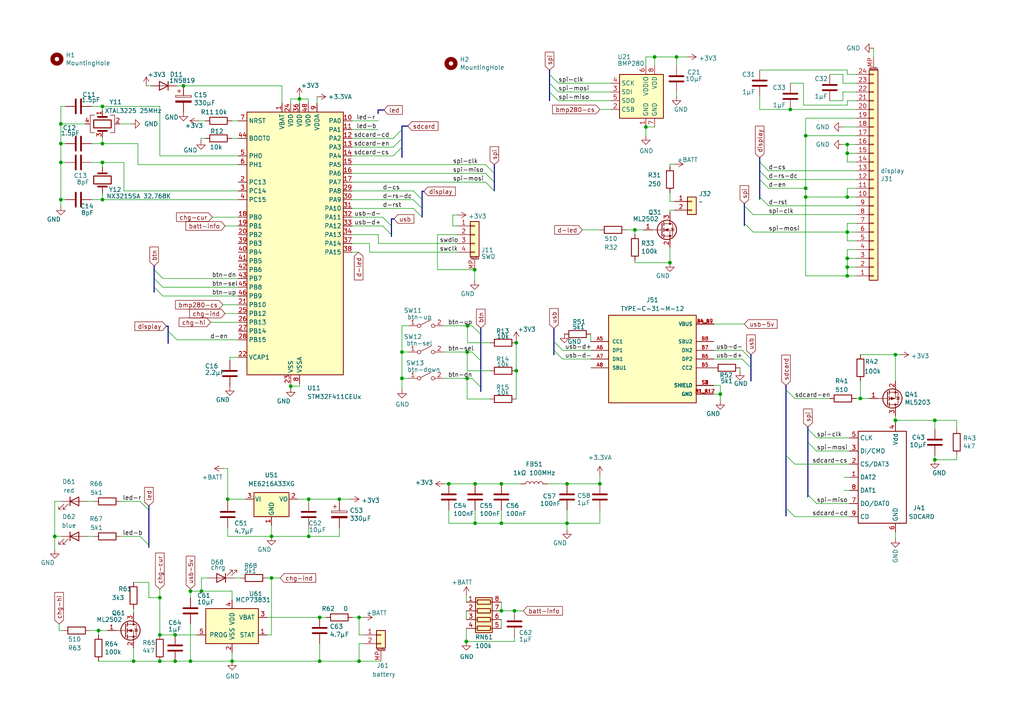
<source format=kicad_sch>
(kicad_sch (version 20231120) (generator "eeschema") (generator_version "8.0")
  (paper "A4")
  (junction (at 208.915 114.3))
  (junction (at 50.8 184.15))
  (junction (at 46.355 184.15))
  (junction (at 271.145 133.35))
  (junction (at 89.535 144.78))
  (junction (at 271.145 121.92))
  (junction (at 245.745 44.45))
  (junction (at 98.425 144.78))
  (junction (at 187.325 36.83))
  (junction (at 145.415 140.335))
  (junction (at 53.213 24.892))
  (junction (at 29.718 57.912))
  (junction (at 135.5852 94.488))
  (junction (at 15.875 155.575))
  (junction (at 229.235 31.75))
  (junction (at 137.795 151.765))
  (junction (at 104.14 191.77))
  (junction (at 55.245 171.45))
  (junction (at 149.733 99.4156))
  (junction (at 137.668 78.232))
  (junction (at 17.653 41.656))
  (junction (at 84.328 112.014))
  (junction (at 78.74 167.64))
  (junction (at 130.175 140.335))
  (junction (at 135.4836 109.728))
  (junction (at 245.745 74.93))
  (junction (at 173.99 140.335))
  (junction (at 137.795 140.335))
  (junction (at 38.735 191.77))
  (junction (at 86.868 28.702))
  (junction (at 104.14 179.07))
  (junction (at 17.653 57.912))
  (junction (at 245.745 57.15))
  (junction (at 29.718 47.117))
  (junction (at 233.68 39.37))
  (junction (at 196.215 16.51))
  (junction (at 66.04 144.78))
  (junction (at 194.31 76.2))
  (junction (at 245.745 77.47))
  (junction (at 149.733 107.5436))
  (junction (at 245.745 67.31))
  (junction (at 135.255 186.055))
  (junction (at 92.71 191.77))
  (junction (at 245.745 80.01))
  (junction (at 149.225 177.165))
  (junction (at 46.355 173.355))
  (junction (at 17.653 35.941))
  (junction (at 164.465 151.765))
  (junction (at 78.74 155.575))
  (junction (at 145.415 177.165))
  (junction (at 29.718 41.656))
  (junction (at 259.715 102.87))
  (junction (at 116.586 109.728))
  (junction (at 245.745 41.91))
  (junction (at 116.586 102.108))
  (junction (at 58.42 171.45))
  (junction (at 145.415 151.765))
  (junction (at 259.715 121.92))
  (junction (at 233.68 57.15))
  (junction (at 55.245 191.77))
  (junction (at 92.71 179.07))
  (junction (at 29.718 30.861))
  (junction (at 67.31 191.77))
  (junction (at 46.355 191.77))
  (junction (at 189.865 16.51))
  (junction (at 50.8 191.77))
  (junction (at 164.465 140.335))
  (junction (at 89.535 155.575))
  (junction (at 184.15 66.675))
  (junction (at 28.575 182.88))
  (junction (at 249.555 115.57))
  (junction (at 233.68 54.61))
  (junction (at 135.509 102.108))
  (junction (at 17.653 47.117))
  (bus_entry (at 234.315 143.51) (size 2.54 2.54))
  (bus_entry (at 227.965 132.08) (size 2.54 2.54))
  (bus_entry (at 136.906 102.108) (size 2.54 2.54))
  (bus_entry (at 220.345 46.99) (size 2.54 2.54))
  (bus_entry (at 40.64 145.415) (size 2.54 2.54))
  (bus_entry (at 116.586 37.592) (size -2.54 2.54))
  (bus_entry (at 159.385 26.67) (size 2.54 2.54))
  (bus_entry (at 234.315 128.27) (size 2.54 2.54))
  (bus_entry (at 116.586 40.132) (size -2.54 2.54))
  (bus_entry (at 44.704 78.232) (size 2.54 2.54))
  (bus_entry (at 159.385 21.59) (size 2.54 2.54))
  (bus_entry (at 234.315 124.46) (size 2.54 2.54))
  (bus_entry (at 119.888 57.912) (size 2.54 2.54))
  (bus_entry (at 220.345 49.53) (size 2.54 2.54))
  (bus_entry (at 110.998 62.992) (size 2.54 2.54))
  (bus_entry (at 215.9 59.69) (size 2.54 2.54))
  (bus_entry (at 227.965 147.32) (size 2.54 2.54))
  (bus_entry (at 40.64 155.575) (size 2.54 2.54))
  (bus_entry (at 140.843 50.292) (size 2.54 2.54))
  (bus_entry (at 160.655 101.6) (size 2.54 2.54))
  (bus_entry (at 136.906 94.488) (size 2.54 2.54))
  (bus_entry (at 44.704 83.312) (size 2.54 2.54))
  (bus_entry (at 160.655 99.06) (size 2.54 2.54))
  (bus_entry (at 48.768 96.012) (size 2.54 2.54))
  (bus_entry (at 110.998 65.532) (size 2.54 2.54))
  (bus_entry (at 140.843 47.752) (size 2.54 2.54))
  (bus_entry (at 220.345 57.15) (size 2.54 2.54))
  (bus_entry (at 215.9 64.77) (size 2.54 2.54))
  (bus_entry (at 116.586 42.672) (size -2.54 2.54))
  (bus_entry (at 119.888 55.372) (size 2.54 2.54))
  (bus_entry (at 159.385 24.13) (size 2.54 2.54))
  (bus_entry (at 215.265 104.14) (size 2.54 2.54))
  (bus_entry (at 215.265 101.6) (size 2.54 2.54))
  (bus_entry (at 227.965 113.03) (size 2.54 2.54))
  (bus_entry (at 44.704 80.772) (size 2.54 2.54))
  (bus_entry (at 220.345 52.07) (size 2.54 2.54))
  (bus_entry (at 140.843 52.832) (size 2.54 2.54))
  (bus_entry (at 136.906 109.728) (size 2.54 2.54))
  (bus_entry (at 119.888 60.452) (size 2.54 2.54))
  (wire (pts (xy 26.543 30.861) (xy 29.718 30.861)))
  (wire (pts (xy 34.925 155.575) (xy 40.64 155.575)))
  (wire (pts (xy 102.108 57.912) (xy 119.888 57.912)))
  (wire (pts (xy 245.745 74.93) (xy 248.285 74.93)))
  (wire (pts (xy 86.868 28.702) (xy 89.408 28.702)))
  (wire (pts (xy 135.255 177.165) (xy 135.255 179.705)))
  (bus (pts (xy 109.6772 31.9024) (xy 111.4044 31.9024)))
  (wire (pts (xy 29.718 47.117) (xy 35.941 47.117)))
  (wire (pts (xy 17.653 47.117) (xy 18.923 47.117)))
  (wire (pts (xy 29.718 56.007) (xy 29.718 57.912)))
  (bus (pts (xy 159.385 20.32) (xy 159.385 21.59)))
  (wire (pts (xy 244.475 41.91) (xy 245.745 41.91)))
  (wire (pts (xy 194.31 55.88) (xy 194.31 58.42)))
  (wire (pts (xy 29.718 30.861) (xy 46.355 30.861)))
  (wire (pts (xy 253.365 13.97) (xy 253.365 16.51)))
  (wire (pts (xy 84.328 28.702) (xy 84.328 29.972)))
  (wire (pts (xy 65.278 90.932) (xy 69.088 90.932)))
  (wire (pts (xy 104.14 191.77) (xy 104.14 186.69)))
  (wire (pts (xy 46.355 45.212) (xy 69.088 45.212)))
  (wire (pts (xy 66.675 104.521) (xy 66.675 103.632)))
  (wire (pts (xy 189.865 19.05) (xy 189.865 16.51)))
  (wire (pts (xy 67.183 40.132) (xy 69.088 40.132)))
  (wire (pts (xy 28.575 191.77) (xy 38.735 191.77)))
  (wire (pts (xy 173.99 137.795) (xy 173.99 140.335)))
  (wire (pts (xy 135.5852 94.488) (xy 136.906 94.488)))
  (wire (pts (xy 64.643 88.392) (xy 69.088 88.392)))
  (bus (pts (xy 143.383 52.832) (xy 143.383 55.372)))
  (wire (pts (xy 145.415 177.165) (xy 149.225 177.165)))
  (bus (pts (xy 122.428 62.992) (xy 122.428 60.452)))
  (wire (pts (xy 116.586 94.488) (xy 116.586 102.108)))
  (wire (pts (xy 142.113 107.5436) (xy 135.509 107.5436)))
  (wire (pts (xy 195.58 60.96) (xy 194.31 60.96)))
  (wire (pts (xy 233.68 39.37) (xy 248.285 39.37)))
  (wire (pts (xy 252.095 115.57) (xy 249.555 115.57)))
  (wire (pts (xy 248.285 31.75) (xy 229.235 31.75)))
  (wire (pts (xy 66.04 155.575) (xy 78.74 155.575)))
  (wire (pts (xy 17.653 57.912) (xy 18.923 57.912)))
  (wire (pts (xy 15.875 145.415) (xy 17.78 145.415)))
  (wire (pts (xy 102.108 70.612) (xy 107.188 70.612)))
  (wire (pts (xy 220.345 20.32) (xy 245.745 20.32)))
  (wire (pts (xy 92.71 191.77) (xy 104.14 191.77)))
  (wire (pts (xy 196.215 16.51) (xy 199.39 16.51)))
  (wire (pts (xy 102.108 68.072) (xy 109.728 68.072)))
  (bus (pts (xy 220.345 52.07) (xy 220.345 57.15)))
  (wire (pts (xy 77.47 184.15) (xy 78.74 184.15)))
  (wire (pts (xy 35.941 55.372) (xy 69.088 55.372)))
  (bus (pts (xy 234.315 143.51) (xy 234.315 144.145)))
  (wire (pts (xy 230.505 134.62) (xy 246.38 134.62)))
  (wire (pts (xy 46.355 184.15) (xy 50.8 184.15)))
  (bus (pts (xy 159.385 24.13) (xy 159.385 26.67)))
  (wire (pts (xy 164.465 147.955) (xy 164.465 151.765)))
  (wire (pts (xy 109.728 68.072) (xy 109.728 70.612)))
  (wire (pts (xy 158.75 140.335) (xy 164.465 140.335)))
  (wire (pts (xy 245.745 54.61) (xy 245.745 57.15)))
  (wire (pts (xy 29.718 39.751) (xy 29.718 41.656)))
  (wire (pts (xy 244.729 142.24) (xy 246.38 142.24)))
  (wire (pts (xy 102.108 42.672) (xy 114.046 42.672)))
  (wire (pts (xy 249.555 115.57) (xy 249.555 110.49)))
  (bus (pts (xy 234.315 124.46) (xy 234.315 128.27)))
  (wire (pts (xy 102.108 50.292) (xy 140.843 50.292)))
  (wire (pts (xy 207.01 93.98) (xy 215.9 93.98)))
  (wire (pts (xy 149.733 99.4156) (xy 149.733 107.5436)))
  (wire (pts (xy 25.4 145.415) (xy 27.305 145.415)))
  (bus (pts (xy 160.655 101.6) (xy 160.655 102.87)))
  (wire (pts (xy 15.875 155.575) (xy 17.78 155.575)))
  (wire (pts (xy 171.323 99.06) (xy 171.45 99.06)))
  (wire (pts (xy 53.213 24.892) (xy 81.788 24.892)))
  (wire (pts (xy 245.745 44.45) (xy 245.745 46.99)))
  (wire (pts (xy 149.225 186.055) (xy 149.225 184.785)))
  (wire (pts (xy 145.415 140.335) (xy 151.13 140.335)))
  (wire (pts (xy 245.745 20.32) (xy 245.745 21.59)))
  (wire (pts (xy 259.715 102.87) (xy 259.715 110.49)))
  (wire (pts (xy 107.188 70.612) (xy 107.188 73.152)))
  (wire (pts (xy 240.665 21.59) (xy 244.475 21.59)))
  (bus (pts (xy 227.965 132.08) (xy 227.965 147.32)))
  (bus (pts (xy 44.704 83.312) (xy 44.704 84.709)))
  (wire (pts (xy 17.653 35.941) (xy 17.653 41.656)))
  (wire (pts (xy 92.71 186.69) (xy 92.71 191.77)))
  (wire (pts (xy 207.01 101.6) (xy 215.265 101.6)))
  (wire (pts (xy 126.873 68.072) (xy 132.588 68.072)))
  (wire (pts (xy 84.328 111.252) (xy 84.328 112.014)))
  (wire (pts (xy 102.108 62.992) (xy 110.998 62.992)))
  (wire (pts (xy 248.285 49.53) (xy 222.885 49.53)))
  (wire (pts (xy 248.285 44.45) (xy 245.745 44.45)))
  (bus (pts (xy 48.768 96.012) (xy 48.768 94.615)))
  (wire (pts (xy 131.318 62.357) (xy 131.318 65.532)))
  (wire (pts (xy 240.665 29.21) (xy 244.475 29.21)))
  (wire (pts (xy 187.325 19.05) (xy 187.325 16.51)))
  (wire (pts (xy 58.293 40.132) (xy 58.293 40.767)))
  (wire (pts (xy 26.035 182.88) (xy 28.575 182.88)))
  (wire (pts (xy 233.68 80.01) (xy 245.745 80.01)))
  (bus (pts (xy 122.428 60.452) (xy 122.428 57.912)))
  (wire (pts (xy 69.088 47.752) (xy 40.005 47.752)))
  (wire (pts (xy 145.415 147.955) (xy 145.415 151.765)))
  (wire (pts (xy 84.328 112.014) (xy 86.868 112.014)))
  (wire (pts (xy 248.285 59.69) (xy 222.885 59.69)))
  (wire (pts (xy 245.745 21.59) (xy 248.285 21.59)))
  (wire (pts (xy 173.99 147.955) (xy 173.99 151.765)))
  (wire (pts (xy 135.255 182.245) (xy 135.255 186.055)))
  (bus (pts (xy 220.345 45.72) (xy 220.345 46.99)))
  (wire (pts (xy 245.745 67.31) (xy 245.745 64.77)))
  (wire (pts (xy 58.42 171.45) (xy 58.42 167.64)))
  (wire (pts (xy 89.408 28.702) (xy 89.408 29.972)))
  (wire (pts (xy 104.14 179.07) (xy 105.41 179.07)))
  (wire (pts (xy 245.745 46.99) (xy 248.285 46.99)))
  (wire (pts (xy 137.795 147.955) (xy 137.795 151.765)))
  (wire (pts (xy 130.175 140.335) (xy 137.795 140.335)))
  (wire (pts (xy 194.31 47.625) (xy 195.58 47.625)))
  (wire (pts (xy 184.15 66.675) (xy 184.15 67.945)))
  (wire (pts (xy 78.74 167.64) (xy 78.74 184.15)))
  (wire (pts (xy 161.925 26.67) (xy 177.165 26.67)))
  (wire (pts (xy 102.108 60.452) (xy 119.888 60.452)))
  (bus (pts (xy 160.655 95.25) (xy 160.655 99.06)))
  (bus (pts (xy 143.383 47.752) (xy 143.383 50.292)))
  (wire (pts (xy 196.215 16.51) (xy 196.215 19.05)))
  (wire (pts (xy 218.44 67.31) (xy 245.745 67.31)))
  (wire (pts (xy 189.865 16.51) (xy 196.215 16.51)))
  (wire (pts (xy 77.47 179.07) (xy 92.71 179.07)))
  (wire (pts (xy 17.653 30.861) (xy 17.653 35.941)))
  (bus (pts (xy 48.768 94.615) (xy 48.26 94.615)))
  (wire (pts (xy 47.244 83.312) (xy 69.088 83.312)))
  (wire (pts (xy 137.795 140.335) (xy 145.415 140.335)))
  (wire (pts (xy 135.509 102.108) (xy 136.906 102.108)))
  (wire (pts (xy 222.885 52.07) (xy 248.285 52.07)))
  (wire (pts (xy 189.865 36.83) (xy 187.325 36.83)))
  (wire (pts (xy 161.925 29.21) (xy 177.165 29.21)))
  (bus (pts (xy 217.805 104.14) (xy 217.805 106.68)))
  (wire (pts (xy 194.31 60.96) (xy 194.31 61.595)))
  (wire (pts (xy 233.045 24.13) (xy 233.045 30.48)))
  (wire (pts (xy 17.653 41.656) (xy 17.653 47.117)))
  (wire (pts (xy 15.875 155.575) (xy 15.875 145.415)))
  (wire (pts (xy 260.985 102.87) (xy 259.715 102.87)))
  (bus (pts (xy 116.586 36.576) (xy 116.586 37.592)))
  (wire (pts (xy 89.535 144.78) (xy 98.425 144.78)))
  (bus (pts (xy 116.586 40.132) (xy 116.586 42.672)))
  (wire (pts (xy 233.68 34.29) (xy 248.285 34.29)))
  (wire (pts (xy 86.868 28.067) (xy 86.868 28.702)))
  (wire (pts (xy 142.113 115.7224) (xy 135.4836 115.7224)))
  (wire (pts (xy 233.68 34.29) (xy 233.68 39.37)))
  (wire (pts (xy 116.586 109.728) (xy 116.586 112.903)))
  (wire (pts (xy 161.925 24.13) (xy 177.165 24.13)))
  (wire (pts (xy 42.418 24.892) (xy 43.688 24.892)))
  (wire (pts (xy 38.735 168.91) (xy 43.18 168.91)))
  (wire (pts (xy 34.798 35.941) (xy 37.973 35.941)))
  (wire (pts (xy 130.175 147.955) (xy 130.175 151.765)))
  (wire (pts (xy 184.15 76.2) (xy 184.15 75.565)))
  (bus (pts (xy 122.428 57.912) (xy 122.428 55.499)))
  (wire (pts (xy 67.31 191.77) (xy 67.31 189.23)))
  (wire (pts (xy 245.745 72.39) (xy 248.285 72.39)))
  (wire (pts (xy 66.04 144.78) (xy 71.12 144.78)))
  (wire (pts (xy 26.543 47.117) (xy 29.718 47.117)))
  (wire (pts (xy 107.188 73.152) (xy 132.588 73.152)))
  (wire (pts (xy 55.245 171.45) (xy 55.245 173.355)))
  (bus (pts (xy 143.383 50.292) (xy 143.383 52.832)))
  (wire (pts (xy 102.108 55.372) (xy 119.888 55.372)))
  (bus (pts (xy 113.538 68.072) (xy 113.538 65.532)))
  (wire (pts (xy 29.718 41.656) (xy 26.543 41.656)))
  (wire (pts (xy 149.733 98.7806) (xy 149.733 99.4156)))
  (wire (pts (xy 61.595 62.992) (xy 69.088 62.992)))
  (bus (pts (xy 159.385 21.59) (xy 159.385 24.13)))
  (wire (pts (xy 29.718 57.912) (xy 26.543 57.912)))
  (bus (pts (xy 44.704 80.772) (xy 44.704 83.312)))
  (wire (pts (xy 86.868 112.014) (xy 86.868 111.252)))
  (wire (pts (xy 78.74 167.64) (xy 81.28 167.64)))
  (wire (pts (xy 104.14 186.69) (xy 105.41 186.69)))
  (wire (pts (xy 102.108 47.752) (xy 140.843 47.752)))
  (wire (pts (xy 89.535 144.78) (xy 89.535 145.415)))
  (bus (pts (xy 116.586 36.576) (xy 118.3132 36.576)))
  (wire (pts (xy 233.045 30.48) (xy 245.745 30.48)))
  (wire (pts (xy 194.31 47.625) (xy 194.31 48.26)))
  (wire (pts (xy 55.245 180.975) (xy 55.245 191.77)))
  (wire (pts (xy 163.195 101.6) (xy 171.45 101.6)))
  (wire (pts (xy 137.668 78.232) (xy 137.668 81.407)))
  (bus (pts (xy 139.446 95.123) (xy 139.446 97.028)))
  (wire (pts (xy 84.328 28.702) (xy 86.868 28.702)))
  (wire (pts (xy 116.586 102.108) (xy 118.491 102.108)))
  (wire (pts (xy 277.495 121.92) (xy 271.145 121.92)))
  (wire (pts (xy 196.215 26.67) (xy 196.215 27.94)))
  (wire (pts (xy 194.31 76.2) (xy 184.15 76.2)))
  (wire (pts (xy 92.71 191.77) (xy 67.31 191.77)))
  (wire (pts (xy 244.475 26.67) (xy 248.285 26.67)))
  (wire (pts (xy 78.74 152.4) (xy 78.74 155.575)))
  (wire (pts (xy 46.355 170.815) (xy 46.355 173.355)))
  (wire (pts (xy 86.868 28.702) (xy 86.868 29.972)))
  (wire (pts (xy 51.308 24.892) (xy 53.213 24.892)))
  (bus (pts (xy 116.586 37.592) (xy 116.586 40.132)))
  (wire (pts (xy 105.41 184.15) (xy 104.14 184.15)))
  (wire (pts (xy 259.715 154.305) (xy 259.715 156.21)))
  (wire (pts (xy 78.74 155.575) (xy 89.535 155.575)))
  (bus (pts (xy 220.345 57.15) (xy 220.345 57.785)))
  (wire (pts (xy 38.735 187.96) (xy 38.735 191.77)))
  (wire (pts (xy 58.42 171.45) (xy 67.31 171.45)))
  (wire (pts (xy 38.735 176.53) (xy 38.735 177.8)))
  (wire (pts (xy 67.945 167.64) (xy 69.85 167.64)))
  (wire (pts (xy 102.108 40.132) (xy 114.046 40.132)))
  (bus (pts (xy 116.586 42.672) (xy 116.586 45.6438)))
  (wire (pts (xy 135.255 172.72) (xy 135.255 174.625)))
  (wire (pts (xy 51.308 98.552) (xy 69.088 98.552)))
  (wire (pts (xy 259.715 122.555) (xy 259.715 121.92)))
  (bus (pts (xy 139.446 97.028) (xy 139.446 104.648)))
  (wire (pts (xy 173.99 31.75) (xy 177.165 31.75)))
  (wire (pts (xy 47.244 80.772) (xy 69.088 80.772)))
  (wire (pts (xy 248.285 115.57) (xy 249.555 115.57)))
  (wire (pts (xy 102.108 37.592) (xy 109.728 37.592)))
  (wire (pts (xy 35.941 47.117) (xy 35.941 55.372)))
  (bus (pts (xy 122.428 55.499) (xy 122.936 55.499)))
  (wire (pts (xy 271.145 124.46) (xy 271.145 121.92)))
  (wire (pts (xy 18.923 30.861) (xy 17.653 30.861)))
  (wire (pts (xy 81.788 24.892) (xy 81.788 29.972)))
  (wire (pts (xy 187.325 16.51) (xy 189.865 16.51)))
  (wire (pts (xy 277.495 132.08) (xy 277.495 133.35)))
  (wire (pts (xy 245.745 29.21) (xy 248.285 29.21)))
  (wire (pts (xy 245.745 41.91) (xy 245.745 44.45)))
  (wire (pts (xy 43.18 173.355) (xy 46.355 173.355)))
  (wire (pts (xy 126.873 68.072) (xy 126.873 78.232)))
  (wire (pts (xy 25.4 155.575) (xy 27.305 155.575)))
  (wire (pts (xy 145.415 151.765) (xy 164.465 151.765)))
  (wire (pts (xy 66.04 153.035) (xy 66.04 155.575)))
  (bus (pts (xy 113.538 68.58) (xy 113.538 68.072)))
  (wire (pts (xy 245.745 54.61) (xy 248.285 54.61)))
  (bus (pts (xy 43.18 147.955) (xy 43.18 158.115)))
  (wire (pts (xy 245.745 72.39) (xy 245.745 74.93)))
  (wire (pts (xy 277.495 124.46) (xy 277.495 121.92)))
  (wire (pts (xy 236.855 130.81) (xy 246.38 130.81)))
  (wire (pts (xy 102.108 73.152) (xy 104.013 73.152)))
  (bus (pts (xy 215.9 64.77) (xy 215.9 65.405)))
  (bus (pts (xy 220.345 49.53) (xy 220.345 52.07)))
  (wire (pts (xy 89.535 155.575) (xy 89.535 153.035)))
  (wire (pts (xy 104.14 184.15) (xy 104.14 179.07)))
  (wire (pts (xy 208.915 114.3) (xy 208.915 116.205)))
  (wire (pts (xy 248.285 69.85) (xy 245.745 69.85)))
  (wire (pts (xy 222.885 54.61) (xy 233.68 54.61)))
  (wire (pts (xy 187.325 39.37) (xy 187.325 36.83)))
  (wire (pts (xy 59.563 40.132) (xy 58.293 40.132)))
  (wire (pts (xy 29.718 47.117) (xy 29.718 48.387)))
  (wire (pts (xy 245.745 77.47) (xy 245.745 80.01)))
  (wire (pts (xy 109.728 70.612) (xy 132.588 70.612)))
  (wire (pts (xy 208.915 111.76) (xy 208.915 114.3)))
  (wire (pts (xy 116.586 109.728) (xy 118.491 109.728)))
  (wire (pts (xy 230.505 149.86) (xy 246.38 149.86)))
  (bus (pts (xy 160.655 99.06) (xy 160.655 101.6)))
  (bus (pts (xy 220.345 46.99) (xy 220.345 49.53)))
  (wire (pts (xy 249.555 102.87) (xy 259.715 102.87)))
  (wire (pts (xy 164.465 151.765) (xy 164.465 153.67)))
  (wire (pts (xy 17.653 59.817) (xy 17.653 57.912)))
  (wire (pts (xy 230.505 115.57) (xy 240.665 115.57)))
  (wire (pts (xy 17.653 35.941) (xy 24.638 35.941)))
  (bus (pts (xy 139.446 104.648) (xy 139.446 112.268)))
  (wire (pts (xy 77.47 167.64) (xy 78.74 167.64)))
  (wire (pts (xy 164.465 151.765) (xy 173.99 151.765)))
  (wire (pts (xy 233.68 57.15) (xy 245.745 57.15)))
  (bus (pts (xy 217.805 106.68) (xy 217.805 110.49)))
  (wire (pts (xy 244.475 29.21) (xy 244.475 26.67)))
  (wire (pts (xy 92.71 179.07) (xy 94.615 179.07)))
  (bus (pts (xy 113.538 63.5) (xy 114.3 63.5)))
  (wire (pts (xy 220.345 31.75) (xy 220.345 27.94)))
  (wire (pts (xy 17.145 182.88) (xy 17.145 180.975)))
  (wire (pts (xy 145.415 174.625) (xy 145.415 177.165)))
  (wire (pts (xy 50.8 184.15) (xy 57.15 184.15)))
  (wire (pts (xy 245.745 64.77) (xy 248.285 64.77)))
  (wire (pts (xy 128.905 140.335) (xy 130.175 140.335)))
  (wire (pts (xy 46.355 191.77) (xy 50.8 191.77)))
  (wire (pts (xy 214.63 106.68) (xy 214.63 107.696)))
  (wire (pts (xy 236.855 127) (xy 246.38 127)))
  (wire (pts (xy 245.745 30.48) (xy 245.745 29.21)))
  (bus (pts (xy 217.805 102.87) (xy 217.805 104.14)))
  (bus (pts (xy 43.18 146.685) (xy 43.18 147.955)))
  (wire (pts (xy 132.588 62.357) (xy 131.318 62.357)))
  (wire (pts (xy 244.475 21.59) (xy 244.475 24.13)))
  (wire (pts (xy 245.745 57.15) (xy 248.285 57.15)))
  (wire (pts (xy 181.61 66.675) (xy 184.15 66.675)))
  (wire (pts (xy 135.255 186.055) (xy 149.225 186.055)))
  (wire (pts (xy 248.285 67.31) (xy 245.745 67.31)))
  (wire (pts (xy 149.225 177.165) (xy 151.765 177.165)))
  (wire (pts (xy 28.575 182.88) (xy 31.115 182.88)))
  (wire (pts (xy 18.415 182.88) (xy 17.145 182.88)))
  (wire (pts (xy 137.795 151.765) (xy 145.415 151.765)))
  (bus (pts (xy 227.965 147.32) (xy 227.965 149.606)))
  (bus (pts (xy 139.446 112.268) (xy 139.446 113.538)))
  (wire (pts (xy 135.5852 99.4156) (xy 135.5852 94.488)))
  (wire (pts (xy 128.651 102.108) (xy 135.509 102.108)))
  (bus (pts (xy 234.315 128.27) (xy 234.315 143.51)))
  (wire (pts (xy 164.465 140.335) (xy 173.99 140.335)))
  (wire (pts (xy 86.36 144.78) (xy 89.535 144.78)))
  (wire (pts (xy 98.425 144.78) (xy 101.6 144.78)))
  (wire (pts (xy 55.245 191.77) (xy 67.31 191.77)))
  (wire (pts (xy 194.31 58.42) (xy 195.58 58.42)))
  (wire (pts (xy 29.718 30.861) (xy 29.718 32.131)))
  (wire (pts (xy 98.425 144.78) (xy 98.425 145.415)))
  (bus (pts (xy 227.965 113.03) (xy 227.965 132.08)))
  (wire (pts (xy 89.535 155.575) (xy 98.425 155.575)))
  (wire (pts (xy 102.235 179.07) (xy 104.14 179.07)))
  (wire (pts (xy 207.01 111.76) (xy 208.915 111.76)))
  (wire (pts (xy 17.653 41.656) (xy 18.923 41.656)))
  (wire (pts (xy 245.745 69.85) (xy 245.745 67.31)))
  (wire (pts (xy 248.285 77.47) (xy 245.745 77.47)))
  (wire (pts (xy 245.745 80.01) (xy 248.285 80.01)))
  (wire (pts (xy 131.318 65.532) (xy 132.588 65.532)))
  (wire (pts (xy 229.235 24.13) (xy 233.045 24.13)))
  (wire (pts (xy 135.4836 109.728) (xy 136.906 109.728)))
  (wire (pts (xy 184.15 66.675) (xy 186.69 66.675)))
  (wire (pts (xy 168.91 66.675) (xy 173.99 66.675)))
  (wire (pts (xy 55.245 171.45) (xy 58.42 171.45)))
  (bus (pts (xy 44.704 77.089) (xy 44.704 78.232)))
  (wire (pts (xy 118.491 94.488) (xy 116.586 94.488)))
  (wire (pts (xy 17.653 57.912) (xy 17.653 47.117)))
  (wire (pts (xy 55.245 170.815) (xy 55.245 171.45)))
  (wire (pts (xy 245.745 41.91) (xy 248.285 41.91)))
  (wire (pts (xy 207.01 114.3) (xy 208.915 114.3)))
  (wire (pts (xy 64.77 135.89) (xy 66.04 135.89)))
  (wire (pts (xy 135.4836 115.7224) (xy 135.4836 109.728)))
  (wire (pts (xy 163.195 104.14) (xy 171.45 104.14)))
  (wire (pts (xy 84.328 112.014) (xy 84.328 112.522)))
  (bus (pts (xy 234.315 123.825) (xy 234.315 124.46)))
  (bus (pts (xy 44.704 78.232) (xy 44.704 80.772)))
  (wire (pts (xy 259.715 121.92) (xy 271.145 121.92)))
  (bus (pts (xy 215.9 59.69) (xy 215.9 64.77)))
  (wire (pts (xy 28.575 182.88) (xy 28.575 184.15)))
  (wire (pts (xy 236.855 146.05) (xy 246.38 146.05)))
  (wire (pts (xy 66.04 144.78) (xy 66.04 145.415)))
  (wire (pts (xy 277.495 133.35) (xy 271.145 133.35)))
  (wire (pts (xy 40.005 47.752) (xy 40.005 41.656)))
  (wire (pts (xy 128.651 109.728) (xy 135.4836 109.728)))
  (wire (pts (xy 104.14 191.77) (xy 110.49 191.77)))
  (wire (pts (xy 135.509 102.108) (xy 135.509 107.5436)))
  (wire (pts (xy 102.108 52.832) (xy 140.843 52.832)))
  (bus (pts (xy 227.965 111.76) (xy 227.965 113.03)))
  (wire (pts (xy 271.145 132.08) (xy 271.145 133.35)))
  (wire (pts (xy 46.355 173.355) (xy 46.355 184.15)))
  (bus (pts (xy 215.9 59.055) (xy 215.9 59.69)))
  (wire (pts (xy 244.475 24.13) (xy 248.285 24.13)))
  (wire (pts (xy 233.68 39.37) (xy 233.68 54.61)))
  (wire (pts (xy 130.175 151.765) (xy 137.795 151.765)))
  (wire (pts (xy 194.31 71.755) (xy 194.31 76.2)))
  (wire (pts (xy 40.005 41.656) (xy 29.718 41.656)))
  (wire (pts (xy 128.651 94.488) (xy 135.5852 94.488)))
  (wire (pts (xy 102.108 35.052) (xy 109.728 35.052)))
  (wire (pts (xy 38.735 191.77) (xy 46.355 191.77)))
  (wire (pts (xy 229.235 31.75) (xy 220.345 31.75)))
  (wire (pts (xy 29.718 57.912) (xy 69.088 57.912)))
  (wire (pts (xy 91.948 28.067) (xy 91.948 29.972)))
  (wire (pts (xy 66.04 135.89) (xy 66.04 144.78)))
  (wire (pts (xy 34.925 145.415) (xy 40.64 145.415)))
  (wire (pts (xy 15.875 159.385) (xy 15.875 155.575)))
  (wire (pts (xy 116.586 102.108) (xy 116.586 109.728)))
  (bus (pts (xy 43.18 158.115) (xy 43.18 158.75)))
  (wire (pts (xy 43.18 168.91) (xy 43.18 173.355)))
  (wire (pts (xy 61.087 93.472) (xy 69.088 93.472)))
  (wire (pts (xy 57.658 35.052) (xy 59.563 35.052)))
  (wire (pts (xy 149.733 107.5436) (xy 149.733 115.7224)))
  (wire (pts (xy 66.675 103.632) (xy 69.088 103.632)))
  (wire (pts (xy 218.44 62.23) (xy 248.285 62.23)))
  (wire (pts (xy 102.108 45.212) (xy 114.046 45.212)))
  (wire (pts (xy 244.475 36.83) (xy 248.285 36.83)))
  (wire (pts (xy 67.31 171.45) (xy 67.31 173.99)))
  (wire (pts (xy 233.68 57.15) (xy 233.68 80.01)))
  (bus (pts (xy 109.6772 31.9024) (xy 109.6772 32.9184)))
  (bus (pts (xy 159.385 26.67) (xy 159.385 29.21)))
  (wire (pts (xy 58.42 167.64) (xy 60.325 167.64)))
  (wire (pts (xy 135.5852 99.4156) (xy 142.113 99.4156)))
  (wire (pts (xy 102.108 65.532) (xy 110.998 65.532)))
  (wire (pts (xy 50.8 191.77) (xy 55.245 191.77)))
  (bus (pts (xy 48.768 96.012) (xy 48.768 99.568)))
  (bus (pts (xy 113.538 65.532) (xy 113.538 63.5)))
  (wire (pts (xy 244.729 138.43) (xy 246.38 138.43)))
  (wire (pts (xy 245.745 74.93) (xy 245.745 77.47)))
  (wire (pts (xy 46.355 30.861) (xy 46.355 45.212)))
  (wire (pts (xy 126.873 78.232) (xy 137.668 78.232)))
  (wire (pts (xy 171.323 96.901) (xy 171.323 99.06)))
  (wire (pts (xy 98.425 155.575) (xy 98.425 153.035)))
  (wire (pts (xy 67.183 35.052) (xy 69.088 35.052)))
  (wire (pts (xy 145.415 179.705) (xy 145.415 182.245)))
  (wire (pts (xy 259.715 120.65) (xy 259.715 121.92)))
  (wire (pts (xy 47.244 85.852) (xy 69.088 85.852)))
  (wire (pts (xy 65.278 65.532) (xy 69.088 65.532)))
  (wire (pts (xy 233.68 54.61) (xy 233.68 57.15)))
  (wire (pts (xy 207.01 104.14) (xy 215.265 104.14)))
  (label "swdio" (at 127.508 70.612 0))
  (label "btn-sel" (at 129.921 102.108 0))
  (label "usb-d+" (at 163.83 101.6 0))
  (label "sdcard-cd" (at 235.585 149.86 0))
  (label "spi-clk" (at 161.925 24.13 0))
  (label "led-b" (at 35.56 155.575 0))
  (label "usb-d+" (at 207.645 104.14 0))
  (label "spi-clk" (at 236.855 127 0))
  (label "d-cs" (at 222.885 49.53 0))
  (label "sdcard-en" (at 102.616 42.672 0))
  (label "d-rs-dc" (at 110.998 57.912 0))
  (label "btn-dn" (at 129.921 109.728 0))
  (label "spi-mosi" (at 222.885 67.31 0))
  (label "sdcard-cd" (at 102.616 40.132 0))
  (label "led-r" (at 103.378 35.052 0))
  (label "spi-miso" (at 236.855 146.05 0))
  (label "d-rst" (at 222.885 59.69 0))
  (label "usb-d-" (at 207.645 101.6 0))
  (label "spi-mosi" (at 236.855 130.81 0))
  (label "spi-mosi" (at 131.318 52.832 0))
  (label "btn-dn" (at 61.4426 80.772 0))
  (label "led-b" (at 103.378 37.592 0))
  (label "spi-clk" (at 222.885 62.23 0))
  (label "d-rs-dc" (at 222.885 52.07 0))
  (label "usb-d-" (at 102.743 62.992 0))
  (label "usb-d+" (at 102.743 65.532 0))
  (label "sdcard-en" (at 230.505 115.57 0))
  (label "spi-mosi" (at 161.925 26.67 0))
  (label "sdcard-cs" (at 102.616 45.212 0))
  (label "spi-clk" (at 131.318 47.752 0))
  (label "swclk" (at 127.508 73.152 0))
  (label "d-en" (at 60.96 98.552 0))
  (label "usb-d-" (at 163.83 104.14 0))
  (label "btn-up" (at 129.921 94.488 0))
  (label "btn-sel" (at 61.4426 83.312 0))
  (label "sdcard-cs" (at 235.585 134.62 0))
  (label "d-cs" (at 110.998 55.372 0))
  (label "d-rst" (at 110.998 60.452 0))
  (label "led-r" (at 35.56 145.415 0))
  (label "d-en" (at 222.885 54.61 0))
  (label "spi-miso" (at 161.925 29.21 0))
  (label "spi-miso" (at 131.318 50.292 0))
  (label "btn-up" (at 61.4426 85.852 0))
  (global_label "usb" (shape input) (at 217.805 102.87 90) (property "Intersheetrefs" "${INTERSHEET_REFS}" (effects (hide yes))))
  (global_label "d-led" (shape input) (at 104.013 73.152 270) (property "Intersheetrefs" "${INTERSHEET_REFS}" (effects (hide yes))))
  (global_label "chg-ind" (shape input) (at 81.28 167.64 0) (property "Intersheetrefs" "${INTERSHEET_REFS}" (effects (hide yes))))
  (global_label "btn" (shape input) (at 139.446 95.123 90) (property "Intersheetrefs" "${INTERSHEET_REFS}" (effects (hide yes))))
  (global_label "batt-info" (shape input) (at 151.765 177.165 0) (property "Intersheetrefs" "${INTERSHEET_REFS}" (effects (hide yes))))
  (global_label "bmp280-cs" (shape input) (at 173.99 31.75 180) (property "Intersheetrefs" "${INTERSHEET_REFS}" (effects (hide yes))))
  (global_label "d-led" (shape input) (at 168.91 66.675 180) (property "Intersheetrefs" "${INTERSHEET_REFS}" (effects (hide yes))))
  (global_label "spi" (shape input) (at 143.383 47.752 90) (property "Intersheetrefs" "${INTERSHEET_REFS}" (effects (hide yes))))
  (global_label "btn" (shape input) (at 44.704 77.089 90) (property "Intersheetrefs" "${INTERSHEET_REFS}" (effects (hide yes))))
  (global_label "usb-5v" (shape input) (at 215.9 93.98 0) (property "Intersheetrefs" "${INTERSHEET_REFS}" (effects (hide yes))))
  (global_label "led" (shape input) (at 111.379 31.9024 0) (property "Intersheetrefs" "${INTERSHEET_REFS}" (effects (hide yes))))
  (global_label "chg-cur" (shape input) (at 46.355 170.815 90) (property "Intersheetrefs" "${INTERSHEET_REFS}" (effects (hide yes))))
  (global_label "bmp280-cs" (shape input) (at 64.643 88.392 180) (property "Intersheetrefs" "${INTERSHEET_REFS}" (effects (hide yes))))
  (global_label "sdcard" (shape input) (at 227.965 111.76 90) (property "Intersheetrefs" "${INTERSHEET_REFS}" (effects (hide yes))))
  (global_label "spi" (shape input) (at 234.315 123.825 90) (property "Intersheetrefs" "${INTERSHEET_REFS}" (effects (hide yes))))
  (global_label "chg-ind" (shape input) (at 65.278 90.932 180) (property "Intersheetrefs" "${INTERSHEET_REFS}" (effects (hide yes))))
  (global_label "usb-5v" (shape input) (at 55.245 170.815 90) (property "Intersheetrefs" "${INTERSHEET_REFS}" (effects (hide yes))))
  (global_label "usb" (shape input) (at 160.655 95.25 90) (property "Intersheetrefs" "${INTERSHEET_REFS}" (effects (hide yes))))
  (global_label "sdcard" (shape input) (at 118.2878 36.576 0) (property "Intersheetrefs" "${INTERSHEET_REFS}" (effects (hide yes))))
  (global_label "display" (shape input) (at 122.936 55.499 0) (property "Intersheetrefs" "${INTERSHEET_REFS}" (effects (hide yes))))
  (global_label "usb" (shape input) (at 114.3 63.5 0) (property "Intersheetrefs" "${INTERSHEET_REFS}" (effects (hide yes))))
  (global_label "display" (shape input) (at 48.26 94.615 180) (property "Intersheetrefs" "${INTERSHEET_REFS}" (effects (hide yes))))
  (global_label "batt-info" (shape input) (at 65.278 65.532 180) (property "Intersheetrefs" "${INTERSHEET_REFS}" (effects (hide yes))))
  (global_label "chg-cur" (shape input) (at 61.595 62.992 180) (property "Intersheetrefs" "${INTERSHEET_REFS}" (effects (hide yes))))
  (global_label "spi" (shape input) (at 215.9 59.055 90) (property "Intersheetrefs" "${INTERSHEET_REFS}" (effects (hide yes))))
  (global_label "led" (shape input) (at 43.18 146.685 90) (property "Intersheetrefs" "${INTERSHEET_REFS}" (effects (hide yes))))
  (global_label "spi" (shape input) (at 159.385 20.32 90) (property "Intersheetrefs" "${INTERSHEET_REFS}" (effects (hide yes))))
  (global_label "chg-hi" (shape input) (at 17.145 180.975 90) (property "Intersheetrefs" "${INTERSHEET_REFS}" (effects (hide yes))))
  (global_label "display" (shape input) (at 220.345 45.72 90) (property "Intersheetrefs" "${INTERSHEET_REFS}" (effects (hide yes))))
  (global_label "chg-hi" (shape input) (at 61.087 93.472 180) (property "Intersheetrefs" "${INTERSHEET_REFS}" (effects (hide yes))))
  (symbol (lib_id "Connector_Generic_MountingPin:Conn_01x04_MountingPin") (at 137.668 68.072 0) (unit 1)
    (property "Reference" "J11" (at 139.573 72.517 0) (effects (justify left)))
    (property "Value" "SWD" (at 139.573 74.422 0) (effects (justify left)))
    (property "Footprint" "Connector_Molex:Molex_PicoBlade_53261-0471_1x04-1MP_P1.25mm_Horizontal" (effects (hide yes)))
  )
  (symbol (lib_id "power:GND") (at 194.31 76.2 0) (unit 1)
    (property "Reference" "#PWR031" (effects (hide yes)))
    (property "Value" "GND" (at 194.31 80.01 0) (effects (justify right)))
  )
  (symbol (lib_id "Device:R") (at 145.923 99.4156 270) (unit 1)
    (property "Reference" "R13" (at 143.8402 96.012 90) (effects (justify left)))
    (property "Value" "10k" (at 144.0434 97.5614 90) (effects (justify left)))
    (property "Footprint" "Resistor_SMD:R_0603_1608Metric" (effects (hide yes)))
  )
  (symbol (lib_id "Device:R") (at 63.373 40.132 270) (unit 1)
    (property "Reference" "R12" (at 60.96 38.1 90) (effects (justify left)))
    (property "Value" "10k" (at 60.833 42.672 90) (effects (justify left)))
    (property "Footprint" "Resistor_SMD:R_0603_1608Metric" (effects (hide yes)))
  )
  (symbol (lib_id "power:GND") (at 66.675 112.141 0) (unit 1)
    (property "Reference" "#PWR026" (effects (hide yes)))
    (property "Value" "GND" (at 66.675 115.951 0) (effects (justify right)))
  )
  (symbol (lib_id "Mechanical:MountingHole") (at 130.81 18.415 0) (unit 1)
    (property "Reference" "H2" (at 133.35 17.2466 0) (effects (justify left)))
    (property "Value" "MountingHole" (at 133.35 19.558 0) (effects (justify left)))
    (property "Footprint" "MountingHole:MountingHole_3.2mm_M3" (effects (hide yes)))
  )
  (symbol (lib_id "Sensor_Pressure:BMP280") (at 187.325 29.21 0) (unit 1)
    (property "Reference" "U21" (at 179.07 16.51 0) (effects (justify left)))
    (property "Value" "BMP280" (at 179.07 18.415 0) (effects (justify left)))
    (property "Footprint" "Package_LGA:Bosch_LGA-8_2x2.5mm_P0.65mm_ClockwisePinNumbering" (effects (hide yes)))
    (property "Datasheet" "https://ae-bst.resource.bosch.com/media/_tech/media/datasheets/BST-BMP280-DS001.pdf" (effects (hide yes)))
  )
  (symbol (lib_id "xdeya-rescue:+3.3V-power") (at 260.985 102.87 270) (unit 1)
    (property "Reference" "#PWR034" (effects (hide yes)))
    (property "Value" "+3V3" (at 264.2362 103.251 90) (effects (justify left)))
  )
  (symbol (lib_id "Device:R") (at 22.225 182.88 270) (unit 1)
    (property "Reference" "R63" (at 19.685 187.96 90) (effects (justify left)))
    (property "Value" "510" (at 19.685 185.42 90) (effects (justify left)))
    (property "Footprint" "Resistor_SMD:R_0603_1608Metric" (effects (hide yes)))
  )
  (symbol (lib_id "Device:R") (at 249.555 106.68 180) (unit 1)
    (property "Reference" "R42" (at 254.762 104.902 0) (effects (justify left)))
    (property "Value" "100k" (at 255.524 107.696 0) (effects (justify left)))
    (property "Footprint" "Resistor_SMD:R_0603_1608Metric" (effects (hide yes)))
  )
  (symbol (lib_id "Device:C") (at 240.665 25.4 0) (unit 1)
    (property "Reference" "C32" (at 236.22 22.86 0) (effects (justify left)))
    (property "Value" "1μF" (at 236.22 27.94 0) (effects (justify left)))
    (property "Footprint" "Capacitor_SMD:C_0603_1608Metric" (effects (hide yes)))
  )
  (symbol (lib_id "Device:R") (at 145.923 115.7224 270) (unit 1)
    (property "Reference" "R15" (at 143.8402 112.3188 90) (effects (justify left)))
    (property "Value" "10k" (at 144.0434 113.8682 90) (effects (justify left)))
    (property "Footprint" "Resistor_SMD:R_0603_1608Metric" (effects (hide yes)))
  )
  (symbol (lib_id "xdeya-rescue:+3.3V-power") (at 86.868 28.067 0) (unit 1)
    (property "Reference" "#PWR014" (effects (hide yes)))
    (property "Value" "+3V3" (at 87.249 24.8158 0) (effects (justify left)))
  )
  (symbol (lib_id "xdeya-rescue:+3.3V-power") (at 57.658 35.052 90) (unit 1)
    (property "Reference" "#PWR019" (effects (hide yes)))
    (property "Value" "+3V3" (at 58.928 36.449 90) (effects (justify left)))
  )
  (symbol (lib_id "xdeya-rescue:SD_ebay-uSD-push_push_SMD-microsd-ebay") (at 255.905 138.43 0) (mirror y) (unit 1)
    (property "Reference" "J41" (at 264.795 147.32 0) (effects (justify right)))
    (property "Value" "SDCARD" (at 263.525 149.86 0) (effects (justify right)))
    (property "Footprint" "microsd:Conn_uSDcard" (effects (hide yes)))
    (property "Datasheet" "_" (effects (hide yes)))
    (property "Manf#" "_" (effects (hide yes)))
    (property "Manf" "ebay" (effects (hide yes)))
  )
  (symbol (lib_id "Device:Crystal") (at 29.718 52.197 90) (unit 1)
    (property "Reference" "Y12" (at 31.496 54.991 90) (effects (justify right)))
    (property "Value" "NX3215SA 32.768K" (at 30.861 56.896 90) (effects (justify right)))
    (property "Footprint" "NX3215SA-32.768K-STD-MUA-14:XTAL_NX3215SA-32.768K-STD-MUA-14" (effects (hide yes)))
  )
  (symbol (lib_id "xdeya-rescue:+3.3V-power") (at 132.588 62.357 270) (unit 1)
    (property "Reference" "#PWR04" (effects (hide yes)))
    (property "Value" "+3V3" (at 135.8392 62.738 90) (effects (justify left)))
  )
  (symbol (lib_id "Device:R") (at 46.355 187.96 0) (unit 1)
    (property "Reference" "R65" (at 41.275 186.4106 0) (effects (justify left)))
    (property "Value" "4k7" (at 41.275 188.722 0) (effects (justify left)))
    (property "Footprint" "Resistor_SMD:R_0603_1608Metric" (effects (hide yes)))
  )
  (symbol (lib_id "Device:D") (at 47.498 24.892 180) (unit 1)
    (property "Reference" "D11" (at 51.181 21.59 0))
    (property "Value" "1N5819" (at 52.832 23.368 0))
    (property "Footprint" "Diode_SMD:D_SOD-323" (effects (hide yes)))
  )
  (symbol (lib_id "power:GND") (at 137.668 81.407 0) (unit 1)
    (property "Reference" "#PWR03" (effects (hide yes)))
    (property "Value" "GND" (at 137.668 85.217 0) (effects (justify right)))
  )
  (symbol (lib_id "Mechanical:MountingHole") (at 16.51 17.145 0) (unit 1)
    (property "Reference" "H1" (at 19.05 15.9766 0) (effects (justify left)))
    (property "Value" "MountingHole" (at 19.05 18.288 0) (effects (justify left)))
    (property "Footprint" "MountingHole:MountingHole_3.2mm_M3" (effects (hide yes)))
  )
  (symbol (lib_id "power:GND") (at 163.703 96.901 0) (unit 1)
    (property "Reference" "#PWR028" (effects (hide yes)))
    (property "Value" "GND" (at 168.656 99.06 0) (effects (justify right)))
  )
  (symbol (lib_id "Device:R") (at 177.8 66.675 270) (unit 1)
    (property "Reference" "R32" (at 175.26 71.755 90) (effects (justify left)))
    (property "Value" "510" (at 175.26 69.215 90) (effects (justify left)))
    (property "Footprint" "Resistor_SMD:R_0603_1608Metric" (effects (hide yes)))
  )
  (symbol (lib_id "xdeya-rescue:CP-Device") (at 53.213 28.702 0) (unit 1)
    (property "Reference" "C15" (at 56.2102 27.5336 0) (effects (justify left)))
    (property "Value" "330μF" (at 56.2102 29.845 0) (effects (justify left)))
    (property "Footprint" "Capacitor_Tantalum_SMD:CP_EIA-7343-20_Kemet-V" (effects (hide yes)))
  )
  (symbol (lib_id "Device:C") (at 173.99 144.145 180) (unit 1)
    (property "Reference" "C58" (at 171.323 143.764 0) (effects (justify left)))
    (property "Value" "1μF" (at 171.196 145.796 0) (effects (justify left)))
    (property "Footprint" "Capacitor_SMD:C_0603_1608Metric" (effects (hide yes)))
  )
  (symbol (lib_id "Device:R") (at 210.82 106.68 90) (unit 1)
    (property "Reference" "R52" (at 212.598 108.839 90) (effects (justify left)))
    (property "Value" "5k1" (at 212.598 110.49 90) (effects (justify left)))
    (property "Footprint" "Resistor_SMD:R_0603_1608Metric" (effects (hide yes)))
  )
  (symbol (lib_id "power:GND") (at 17.653 59.817 0) (unit 1)
    (property "Reference" "#PWR018" (effects (hide yes)))
    (property "Value" "GND" (at 17.653 63.627 0) (effects (justify right)))
  )
  (symbol (lib_id "Device:R") (at 63.373 35.052 90) (unit 1)
    (property "Reference" "R11" (at 62.103 32.512 90) (effects (justify left)))
    (property "Value" "10k" (at 65.913 32.512 90) (effects (justify left)))
    (property "Footprint" "Resistor_SMD:R_0603_1608Metric" (effects (hide yes)))
  )
  (symbol (lib_id "xdeya-rescue:CP-Device") (at 98.425 149.225 0) (unit 1)
    (property "Reference" "C53" (at 101.4222 148.0566 0) (effects (justify left)))
    (property "Value" "330μF" (at 101.4222 150.368 0) (effects (justify left)))
    (property "Footprint" "Capacitor_Tantalum_SMD:CP_EIA-7343-20_Kemet-V" (effects (hide yes)))
  )
  (symbol (lib_id "Device:R_Pack04") (at 140.335 179.705 270) (unit 1)
    (property "Reference" "RN61" (at 137.795 184.785 90) (effects (justify left)))
    (property "Value" "100k" (at 137.795 187.325 90) (effects (justify left)))
    (property "Footprint" "Resistor_SMD:R_Array_Convex_4x0603" (effects (hide yes)))
  )
  (symbol (lib_id "power:+BATT") (at 105.41 179.07 270) (unit 1)
    (property "Reference" "#PWR054" (effects (hide yes)))
    (property "Value" "+BATT" (at 109.22 177.8 90))
  )
  (symbol (lib_id "xdeya-rescue:MCP73831-2-OT-Battery_Management") (at 67.31 181.61 0) (unit 1)
    (property "Reference" "U61" (at 74.168 172.212 0))
    (property "Value" "MCP73831" (at 73.406 173.99 0))
    (property "Footprint" "Package_TO_SOT_SMD:SOT-23-5" (effects (hide yes)))
    (property "Datasheet" "http://ww1.microchip.com/downloads/en/DeviceDoc/20001984g.pdf" (effects (hide yes)))
  )
  (symbol (lib_id "power:+3.3VA") (at 173.99 137.795 0) (unit 1)
    (property "Reference" "#PWR013" (effects (hide yes)))
    (property "Value" "+3.3VA" (at 173.99 132.715 0))
  )
  (symbol (lib_id "Device:C") (at 55.245 177.165 0) (unit 1)
    (property "Reference" "C61" (at 57.15 172.72 0) (effects (justify left)))
    (property "Value" "10μF" (at 57.15 174.625 0) (effects (justify left)))
    (property "Footprint" "Capacitor_SMD:C_0603_1608Metric" (effects (hide yes)))
  )
  (symbol (lib_id "Switch:SW_SPST") (at 123.571 102.108 0) (unit 1)
    (property "Reference" "SW12" (at 119.761 97.663 0))
    (property "Value" "btn-sel" (at 121.666 99.568 0))
    (property "Footprint" "Button_Switch_SMD:SW_Push_1P1T_NO_6x6mm_H9.5mm" (effects (hide yes)))
  )
  (symbol (lib_id "power:GND") (at 196.215 27.94 0) (unit 1)
    (property "Reference" "#PWR062" (effects (hide yes)))
    (property "Value" "GND" (at 197.485 31.75 0))
  )
  (symbol (lib_id "xdeya-rescue:+3.3V-power") (at 149.733 98.7806 0) (unit 1)
    (property "Reference" "#PWR030" (effects (hide yes)))
    (property "Value" "+3V3" (at 150.114 95.5294 0) (effects (justify left)))
  )
  (symbol (lib_id "Device:C") (at 164.465 144.145 180) (unit 1)
    (property "Reference" "C57" (at 161.29 143.891 0) (effects (justify left)))
    (property "Value" "100nF" (at 162.687 146.05 0) (effects (justify left)))
    (property "Footprint" "Capacitor_SMD:C_0603_1608Metric" (effects (hide yes)))
  )
  (symbol (lib_id "Device:C") (at 229.235 27.94 180) (unit 1)
    (property "Reference" "C33" (at 227.965 25.4 0) (effects (justify left)))
    (property "Value" "1μF" (at 227.965 30.48 0) (effects (justify left)))
    (property "Footprint" "Capacitor_SMD:C_0603_1608Metric" (effects (hide yes)))
  )
  (symbol (lib_id "Device:LED") (at 21.59 145.415 0) (unit 1)
    (property "Reference" "D61" (at 20.0025 139.7 0))
    (property "Value" "red" (at 20.0025 142.24 0))
    (property "Footprint" "LED_SMD:LED_0603_1608Metric" (effects (hide yes)))
  )
  (symbol (lib_id "TYPE-C-31-M-12:TYPE-C-31-M-12") (at 189.23 104.14 0) (unit 1)
    (property "Reference" "J51" (at 189.23 86.995 0))
    (property "Value" "TYPE-C-31-M-12" (at 189.23 89.535 0))
    (property "Footprint" "TYPE-C-31-M-12:HRO_TYPE-C-31-M-12" (effects (hide yes)))
    (property "Description" "\nUSB Connectors 24 Receptacle 1 8.94*7.3mm RoHS\n" (effects (hide yes)))
    (property "MF" "HRO Electronics Co., Ltd." (effects (hide yes)))
    (property "MAXIMUM_PACKAGE_HEIGHT" "3.26 mm" (effects (hide yes)))
    (property "Package" "Package" (effects (hide yes)))
    (property "Price" "None" (effects (hide yes)))
    (property "Check_prices" "https://www.snapeda.com/parts/TYPE-C-31-M-12/HRO+Electronics+Co.%252C+Ltd./view-part/?ref=eda" (effects (hide yes)))
    (property "STANDARD" "Manufacturer Recommendations" (effects (hide yes)))
    (property "PARTREV" "2020.12.08" (effects (hide yes)))
    (property "SnapEDA_Link" "https://www.snapeda.com/parts/TYPE-C-31-M-12/HRO+Electronics+Co.%252C+Ltd./view-part/?ref=snap" (effects (hide yes)))
    (property "MP" "TYPE-C-31-M-12" (effects (hide yes)))
    (property "SNAPEDA_PN" "TYPE-C-31-M-12" (effects (hide yes)))
    (property "Availability" "Not in stock" (effects (hide yes)))
    (property "MANUFACTURER" "HRO Electronics Co., Ltd." (effects (hide yes)))
  )
  (symbol (lib_id "Device:C") (at 130.175 144.145 0) (unit 1)
    (property "Reference" "C54" (at 131.445 146.685 0) (effects (justify left)))
    (property "Value" "100nF" (at 131.445 148.9964 0) (effects (justify left)))
    (property "Footprint" "Capacitor_SMD:C_0603_1608Metric" (effects (hide yes)))
  )
  (symbol (lib_id "xdeya-rescue:+3.3V-power") (at 42.418 24.892 0) (unit 1)
    (property "Reference" "#PWR024" (effects (hide yes)))
    (property "Value" "+3V3" (at 42.799 21.6408 0) (effects (justify left)))
  )
  (symbol (lib_id "Device:L") (at 154.94 140.335 90) (unit 1)
    (property "Reference" "FB51" (at 154.94 134.62 90))
    (property "Value" "1kΩ 100MHz" (at 154.94 137.16 90))
    (property "Footprint" "Inductor_SMD:L_0603_1608Metric" (effects (hide yes)))
  )
  (symbol (lib_id "power:GND") (at 271.145 133.35 0) (unit 1)
    (property "Reference" "#PWR044" (effects (hide yes)))
    (property "Value" "GND" (at 272.415 137.16 0))
  )
  (symbol (lib_id "Device:R") (at 145.923 107.5436 270) (unit 1)
    (property "Reference" "R14" (at 143.8402 104.14 90) (effects (justify left)))
    (property "Value" "10k" (at 144.0434 105.6894 90) (effects (justify left)))
    (property "Footprint" "Resistor_SMD:R_0603_1608Metric" (effects (hide yes)))
  )
  (symbol (lib_id "power:GND") (at 259.715 156.21 0) (unit 1)
    (property "Reference" "#PWR051" (effects (hide yes)))
    (property "Value" "GND" (at 259.715 161.29 90))
  )
  (symbol (lib_id "xdeya-rescue:+3.3V-power") (at 101.6 144.78 270) (unit 1)
    (property "Reference" "#PWR08" (effects (hide yes)))
    (property "Value" "+3V3" (at 104.8512 145.161 90) (effects (justify left)))
  )
  (symbol (lib_id "power:GND") (at 164.465 153.67 0) (unit 1)
    (property "Reference" "#PWR022" (effects (hide yes)))
    (property "Value" "GND" (at 164.465 157.48 0) (effects (justify right)))
  )
  (symbol (lib_id "Device:R") (at 167.513 96.901 90) (unit 1)
    (property "Reference" "R51" (at 169.926 93.345 90) (effects (justify left)))
    (property "Value" "5k1" (at 169.672 94.869 90) (effects (justify left)))
    (property "Footprint" "Resistor_SMD:R_0603_1608Metric" (effects (hide yes)))
  )
  (symbol (lib_id "Device:Q_NMOS_GSD") (at 36.195 182.88 0) (unit 1)
    (property "Reference" "Q61" (at 32.385 177.8 0) (effects (justify left)))
    (property "Value" "ML2502" (at 27.94 179.705 0) (effects (justify left)))
    (property "Footprint" "Package_TO_SOT_SMD:SOT-23" (effects (hide yes)))
  )
  (symbol (lib_id "Device:C") (at 66.675 108.331 0) (unit 1)
    (property "Reference" "C16" (at 59.436 106.172 0) (effects (justify left)))
    (property "Value" "2.2μF" (at 59.436 108.077 0) (effects (justify left)))
    (property "Footprint" "Capacitor_SMD:C_0603_1608Metric" (effects (hide yes)))
  )
  (symbol (lib_id "power:GND") (at 37.973 35.941 90) (unit 1)
    (property "Reference" "#PWR012" (effects (hide yes)))
    (property "Value" "GND" (at 41.783 35.941 90) (effects (justify right)))
  )
  (symbol (lib_id "power:+BATT") (at 135.255 172.72 0) (unit 1)
    (property "Reference" "#PWR01" (effects (hide yes)))
    (property "Value" "+BATT" (at 133.985 168.91 0))
  )
  (symbol (lib_id "xdeya-rescue:+3.3V-power") (at 199.39 16.51 270) (unit 1)
    (property "Reference" "#PWR010" (effects (hide yes)))
    (property "Value" "+3V3" (at 202.6412 16.891 90) (effects (justify left)))
  )
  (symbol (lib_id "Connector_Generic:Conn_01x02") (at 200.66 58.42 0) (unit 1)
    (property "Reference" "J32" (at 202.692 56.2102 0) (effects (justify left)))
    (property "Value" "~" (at 202.692 58.5216 0) (effects (justify left)))
    (property "Footprint" "my:display-128x64" (effects (hide yes)))
  )
  (symbol (lib_id "Device:C") (at 145.415 144.145 0) (unit 1)
    (property "Reference" "C56" (at 146.685 146.685 0) (effects (justify left)))
    (property "Value" "100nF" (at 146.685 148.9964 0) (effects (justify left)))
    (property "Footprint" "Capacitor_SMD:C_0603_1608Metric" (effects (hide yes)))
  )
  (symbol (lib_id "power:GND") (at 253.365 13.97 270) (unit 1)
    (property "Reference" "#PWR017" (effects (hide yes)))
    (property "Value" "GND" (at 249.555 13.97 90) (effects (justify right)))
  )
  (symbol (lib_id "Device:R") (at 38.735 172.72 0) (unit 1)
    (property "Reference" "R61" (at 34.29 170.815 0) (effects (justify left)))
    (property "Value" "3k3" (at 32.385 173.355 0) (effects (justify left)))
    (property "Footprint" "Resistor_SMD:R_0603_1608Metric" (effects (hide yes)))
  )
  (symbol (lib_id "Device:C") (at 66.04 149.225 0) (unit 1)
    (property "Reference" "C51" (at 67.945 151.765 0) (effects (justify left)))
    (property "Value" "4.7μF" (at 67.945 154.0764 0) (effects (justify left)))
    (property "Footprint" "Capacitor_SMD:C_0603_1608Metric" (effects (hide yes)))
  )
  (symbol (lib_id "Device:C") (at 196.215 22.86 0) (mirror y) (unit 1)
    (property "Reference" "C21" (at 203.2 20.955 0) (effects (justify left)))
    (property "Value" "10μF" (at 203.835 22.86 0) (effects (justify left)))
    (property "Footprint" "Capacitor_SMD:C_0603_1608Metric" (effects (hide yes)))
  )
  (symbol (lib_id "Device:R") (at 184.15 71.755 0) (unit 1)
    (property "Reference" "R33" (at 185.928 70.5866 0) (effects (justify left)))
    (property "Value" "100k" (at 185.928 72.898 0) (effects (justify left)))
    (property "Footprint" "Resistor_SMD:R_0603_1608Metric" (effects (hide yes)))
  )
  (symbol (lib_id "Device:R") (at 31.115 155.575 90) (unit 1)
    (property "Reference" "R67" (at 29.845 150.495 90) (effects (justify left)))
    (property "Value" "5k1" (at 29.845 153.035 90) (effects (justify left)))
    (property "Footprint" "Resistor_SMD:R_0603_1608Metric" (effects (hide yes)))
  )
  (symbol (lib_id "power:GND") (at 84.328 112.522 0) (unit 1)
    (property "Reference" "#PWR06" (effects (hide yes)))
    (property "Value" "GND" (at 84.328 116.332 0) (effects (justify right)))
  )
  (symbol (lib_id "power:GND") (at 53.213 32.512 0) (unit 1)
    (property "Reference" "#PWR023" (effects (hide yes)))
    (property "Value" "GND" (at 51.816 34.036 0) (effects (justify right)))
  )
  (symbol (lib_id "power:GND") (at 244.475 36.83 270) (unit 1)
    (property "Reference" "#PWR025" (effects (hide yes)))
    (property "Value" "GND" (at 240.665 36.83 90) (effects (justify right)))
  )
  (symbol (lib_id "power:+BATT") (at 195.58 47.625 270) (unit 1)
    (property "Reference" "#PWR020" (effects (hide yes)))
    (property "Value" "+BATT" (at 199.39 46.355 90))
  )
  (symbol (lib_id "Device:C") (at 22.733 41.656 90) (unit 1)
    (property "Reference" "C12" (at 22.098 37.084 90) (effects (justify left)))
    (property "Value" "1.5pF" (at 23.114 38.608 90) (effects (justify left)))
    (property "Footprint" "Capacitor_SMD:C_0603_1608Metric" (effects (hide yes)))
  )
  (symbol (lib_id "power:GND") (at 15.875 159.385 0) (unit 1)
    (property "Reference" "#PWR061" (effects (hide yes)))
    (property "Value" "GND" (at 15.875 163.195 0) (effects (justify right)))
  )
  (symbol (lib_id "Device:C") (at 149.225 180.975 0) (unit 1)
    (property "Reference" "C62" (at 150.495 183.515 0) (effects (justify left)))
    (property "Value" "1μF" (at 150.495 185.42 0) (effects (justify left)))
    (property "Footprint" "Capacitor_SMD:C_0603_1608Metric" (effects (hide yes)))
  )
  (symbol (lib_id "power:+BATT") (at 64.77 135.89 90) (unit 1)
    (property "Reference" "#PWR021" (effects (hide yes)))
    (property "Value" "+BATT" (at 61.595 138.43 90))
  )
  (symbol (lib_id "Device:Crystal_GND24") (at 29.718 35.941 270) (unit 1)
    (property "Reference" "Y11" (at 33.528 29.591 90))
    (property "Value" "XTAL3225 25MHz" (at 38.608 32.131 90))
    (property "Footprint" "TSX-3225_16.0000MF18X-AC3:XTAL_TSX-3225_16.0000MF18X-AC3" (effects (hide yes)))
  )
  (symbol (lib_id "Device:C") (at 22.733 47.117 90) (unit 1)
    (property "Reference" "C13" (at 25.273 50.927 90) (effects (justify left)))
    (property "Value" "8pF" (at 25.908 52.832 90) (effects (justify left)))
    (property "Footprint" "Capacitor_SMD:C_0603_1608Metric" (effects (hide yes)))
  )
  (symbol (lib_id "Device:R") (at 73.66 167.64 90) (unit 1)
    (property "Reference" "R68" (at 74.676 164.084 90) (effects (justify left)))
    (property "Value" "5k1" (at 74.422 165.608 90) (effects (justify left)))
    (property "Footprint" "Resistor_SMD:R_0603_1608Metric" (effects (hide yes)))
  )
  (symbol (lib_id "Device:C") (at 50.8 187.96 0) (unit 1)
    (property "Reference" "C64" (at 48.768 180.594 0) (effects (justify left)))
    (property "Value" "1μF" (at 48.768 182.499 0) (effects (justify left)))
    (property "Footprint" "Capacitor_SMD:C_0603_1608Metric" (effects (hide yes)))
  )
  (symbol (lib_id "Connector_Generic_MountingPin:Conn_01x02_MountingPin") (at 110.49 184.15 0) (unit 1)
    (property "Reference" "J61" (at 109.22 193.04 0) (effects (justify left)))
    (property "Value" "battery" (at 107.95 195.58 0) (effects (justify left)))
    (property "Footprint" "Connector_Molex:Molex_PicoBlade_53261-0271_1x02-1MP_P1.25mm_Horizontal" (effects (hide yes)))
  )
  (symbol (lib_id "Device:C") (at 22.733 57.912 90) (unit 1)
    (property "Reference" "C14" (at 27.178 59.817 90) (effects (justify left)))
    (property "Value" "8pF" (at 27.178 61.722 90) (effects (justify left)))
    (property "Footprint" "Capacitor_SMD:C_0603_1608Metric" (effects (hide yes)))
  )
  (symbol (lib_id "Device:C") (at 271.145 128.27 0) (mirror x) (unit 1)
    (property "Reference" "C43" (at 264.414 126.873 0) (effects (justify left)))
    (property "Value" "10μF" (at 263.779 129.032 0) (effects (justify left)))
    (property "Footprint" "Capacitor_SMD:C_0603_1608Metric" (effects (hide yes)))
  )
  (symbol (lib_id "Device:C") (at 92.71 182.88 0) (unit 1)
    (property "Reference" "C63" (at 95.631 181.7116 0) (effects (justify left)))
    (property "Value" "4.7μF" (at 95.631 184.023 0) (effects (justify left)))
    (property "Footprint" "Capacitor_SMD:C_0603_1608Metric" (effects (hide yes)))
  )
  (symbol (lib_id "Device:LED") (at 21.59 155.575 0) (unit 1)
    (property "Reference" "D62" (at 20.0025 149.86 0))
    (property "Value" "blue" (at 20.0025 152.4 0))
    (property "Footprint" "LED_SMD:LED_0603_1608Metric" (effects (hide yes)))
  )
  (symbol (lib_id "xdeya-rescue:+3.3V-power") (at 128.905 140.335 90) (unit 1)
    (property "Reference" "#PWR011" (effects (hide yes)))
    (property "Value" "+3V3" (at 125.6538 139.954 90) (effects (justify left)))
  )
  (symbol (lib_id "Device:R") (at 194.31 52.07 180) (unit 1)
    (property "Reference" "R31" (at 191.77 50.8 0) (effects (justify left)))
    (property "Value" "250" (at 191.77 53.34 0) (effects (justify left)))
    (property "Footprint" "Resistor_SMD:R_0805_2012Metric" (effects (hide yes)))
  )
  (symbol (lib_id "Switch:SW_SPST") (at 123.571 94.488 0) (unit 1)
    (property "Reference" "SW11" (at 119.761 90.043 0))
    (property "Value" "btn-up" (at 121.666 91.948 0))
    (property "Footprint" "Button_Switch_SMD:SW_Push_1P1T_NO_6x6mm_H9.5mm" (effects (hide yes)))
  )
  (symbol (lib_id "power:GND") (at 244.475 41.91 270) (unit 1)
    (property "Reference" "#PWR027" (effects (hide yes)))
    (property "Value" "GND" (at 240.665 41.91 90) (effects (justify right)))
  )
  (symbol (lib_id "Switch:SW_SPST") (at 123.571 109.728 0) (unit 1)
    (property "Reference" "SW13" (at 120.396 105.283 0))
    (property "Value" "btn-down" (at 122.936 107.188 0))
    (property "Footprint" "Button_Switch_SMD:SW_Push_1P1T_NO_6x6mm_H9.5mm" (effects (hide yes)))
  )
  (symbol (lib_id "MCU_ST_STM32F4:STM32F411CEUx") (at 84.328 70.612 0) (unit 1)
    (property "Reference" "U11" (at 89.0621 112.522 0) (effects (justify left)))
    (property "Value" "STM32F411CEUx" (at 89.0621 115.062 0) (effects (justify left)))
    (property "Footprint" "Package_DFN_QFN:QFN-48-1EP_7x7mm_P0.5mm_EP5.6x5.6mm" (effects (hide yes)))
    (property "Datasheet" "https://www.st.com/resource/en/datasheet/stm32f411ce.pdf" (effects (hide yes)))
  )
  (symbol (lib_id "Regulator_Linear:MCP1703Ax-330xxTT") (at 78.74 144.78 0) (unit 1)
    (property "Reference" "U51" (at 78.74 137.795 0))
    (property "Value" "ME6216A33XG" (at 78.74 140.335 0))
    (property "Footprint" "Package_TO_SOT_SMD:SOT-23" (effects (hide yes)))
    (property "Datasheet" "http://ww1.microchip.com/downloads/en/DeviceDoc/20005122B.pdf" (effects (hide yes)))
  )
  (symbol (lib_id "Device:C") (at 22.733 30.861 90) (unit 1)
    (property "Reference" "C11" (at 27.813 27.432 90) (effects (justify left)))
    (property "Value" "1.5pF" (at 29.083 28.956 90) (effects (justify left)))
    (property "Footprint" "Capacitor_SMD:C_0603_1608Metric" (effects (hide yes)))
  )
  (symbol (lib_id "Device:LED") (at 64.135 167.64 180) (unit 1)
    (property "Reference" "D68" (at 62.992 163.068 0))
    (property "Value" "chrg" (at 63.246 164.592 0))
    (property "Footprint" "LED_SMD:LED_0603_1608Metric" (effects (hide yes)))
  )
  (symbol (lib_id "Device:C") (at 89.535 149.225 180) (unit 1)
    (property "Reference" "C52" (at 93.345 151.765 0) (effects (justify left)))
    (property "Value" "10μF" (at 94.615 153.67 0) (effects (justify left)))
    (property "Footprint" "Capacitor_SMD:C_0603_1608Metric" (effects (hide yes)))
  )
  (symbol (lib_id "Device:Q_NMOS_GSD") (at 191.77 66.675 0) (unit 1)
    (property "Reference" "Q31" (at 187.96 61.595 0) (effects (justify left)))
    (property "Value" "ML2502" (at 183.515 63.5 0) (effects (justify left)))
    (property "Footprint" "Package_TO_SOT_SMD:SOT-23" (effects (hide yes)))
  )
  (symbol (lib_id "Device:C") (at 137.795 144.145 0) (unit 1)
    (property "Reference" "C55" (at 139.065 146.685 0) (effects (justify left)))
    (property "Value" "100nF" (at 139.065 148.9964 0) (effects (justify left)))
    (property "Footprint" "Capacitor_SMD:C_0603_1608Metric" (effects (hide yes)))
  )
  (symbol (lib_id "power:GND") (at 187.325 39.37 0) (unit 1)
    (property "Reference" "#PWR015" (effects (hide yes)))
    (property "Value" "GND" (at 187.452 43.7642 0))
  )
  (symbol (lib_id "Device:R") (at 98.425 179.07 90) (unit 1)
    (property "Reference" "R62" (at 97.155 176.53 90) (effects (justify left)))
    (property "Value" "0" (at 100.965 176.53 90) (effects (justify left)))
    (property "Footprint" "Resistor_SMD:R_0603_1608Metric" (effects (hide yes)))
  )
  (symbol (lib_id "Device:R") (at 244.475 115.57 270) (unit 1)
    (property "Reference" "R41" (at 242.189 110.49 90) (effects (justify left)))
    (property "Value" "510" (at 242.189 113.03 90) (effects (justify left)))
    (property "Footprint" "Resistor_SMD:R_0603_1608Metric" (effects (hide yes)))
  )
  (symbol (lib_id "power:GND") (at 116.586 112.903 0) (unit 1)
    (property "Reference" "#PWR035" (effects (hide yes)))
    (property "Value" "GND" (at 116.713 117.2972 0))
  )
  (symbol (lib_id "power:GND") (at 208.915 116.205 0) (unit 1)
    (property "Reference" "#PWR09" (effects (hide yes)))
    (property "Value" "GND" (at 208.915 120.015 0) (effects (justify right)))
  )
  (symbol (lib_id "Device:R") (at 28.575 187.96 0) (unit 1)
    (property "Reference" "R64" (at 30.353 186.7916 0) (effects (justify left)))
    (property "Value" "100k" (at 30.353 189.103 0) (effects (justify left)))
    (property "Footprint" "Resistor_SMD:R_0603_1608Metric" (effects (hide yes)))
  )
  (symbol (lib_id "Connector_Generic_MountingPin:Conn_01x24_MountingPin") (at 253.365 52.07 0) (mirror x) (unit 1)
    (property "Reference" "J31" (at 255.397 51.8668 0) (effects (justify left)))
    (property "Value" "display" (at 255.397 49.5554 0) (effects (justify left)))
    (property "Footprint" "Connector_FFC-FPC:TE_2-1734839-4_1x24-1MP_P0.5mm_Horizontal" (effects (hide yes)))
  )
  (symbol (lib_id "power:+3.3VA") (at 91.948 28.067 270) (unit 1)
    (property "Reference" "#PWR016" (effects (hide yes)))
    (property "Value" "+3.3VA" (at 95.123 28.067 90) (effects (justify left)))
  )
  (symbol (lib_id "power:GND") (at 135.255 186.055 0) (unit 1)
    (property "Reference" "#PWR02" (effects (hide yes)))
    (property "Value" "GND" (at 135.382 190.4492 0))
  )
  (symbol (lib_id "power:GND") (at 67.31 191.77 0) (unit 1)
    (property "Reference" "#PWR055" (effects (hide yes)))
    (property "Value" "GND" (at 67.437 196.1642 0))
  )
  (symbol (lib_id "power:GND") (at 214.63 107.696 0) (unit 1)
    (property "Reference" "#PWR029" (effects (hide yes)))
    (property "Value" "GND" (at 216.916 111.252 0) (effects (justify right)))
  )
  (symbol (lib_id "Device:R") (at 277.495 128.27 0) (unit 1)
    (property "Reference" "R43" (at 279.273 127.1016 0) (effects (justify left)))
    (property "Value" "4k7" (at 279.273 129.413 0) (effects (justify left)))
    (property "Footprint" "Resistor_SMD:R_0603_1608Metric" (effects (hide yes)))
  )
  (symbol (lib_id "Device:R") (at 31.115 145.415 90) (unit 1)
    (property "Reference" "R66" (at 29.845 140.335 90) (effects (justify left)))
    (property "Value" "5k1" (at 29.845 142.875 90) (effects (justify left)))
    (property "Footprint" "Resistor_SMD:R_0603_1608Metric" (effects (hide yes)))
  )
  (symbol (lib_id "power:GND") (at 58.293 40.767 0) (unit 1)
    (property "Reference" "#PWR032" (effects (hide yes)))
    (property "Value" "GND" (at 57.277 43.561 0) (effects (justify right)))
  )
  (symbol (lib_id "Device:C") (at 220.345 24.13 180) (unit 1)
    (property "Reference" "C31" (at 219.075 21.59 0) (effects (justify left)))
    (property "Value" "1μF" (at 219.075 26.67 0) (effects (justify left)))
    (property "Footprint" "Capacitor_SMD:C_0603_1608Metric" (effects (hide yes)))
  )
  (symbol (lib_id "Device:Q_PMOS_GSD") (at 257.175 115.57 0) (mirror x) (unit 1)
    (property "Reference" "Q41" (at 262.382 114.4016 0) (effects (justify left)))
    (property "Value" "ML5203" (at 262.382 116.713 0) (effects (justify left)))
    (property "Footprint" "Package_TO_SOT_SMD:SOT-23" (effects (hide yes)))
  )
  (symbol (lib_id "power:GND") (at 78.74 155.575 0) (unit 1)
    (property "Reference" "#PWR07" (effects (hide yes)))
    (property "Value" "GND" (at 78.74 159.385 0) (effects (justify right)))
  )
)
</source>
